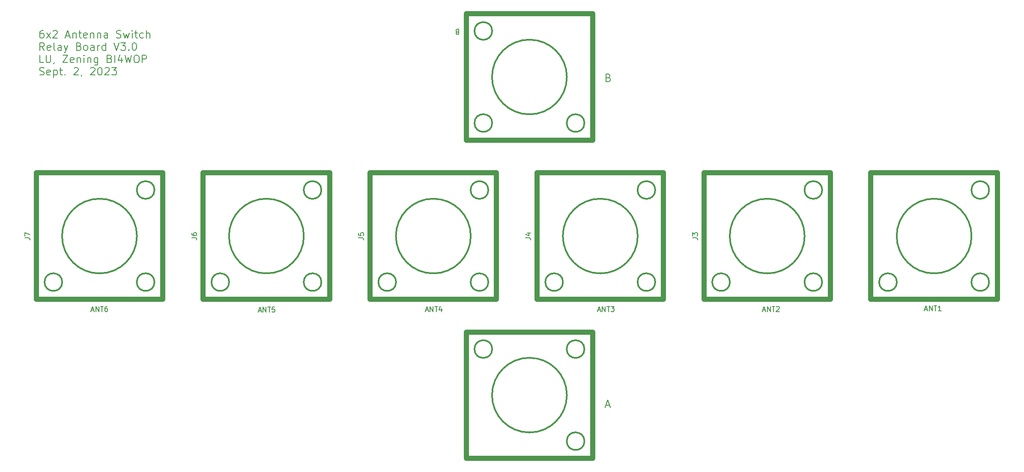
<source format=gto>
G04 Layer: BottomSilkscreenLayer*
G04 EasyEDA Pro v2.1.32.5533625a, 2023-09-11 21:51:51*
G04 Gerber Generator version 0.3*
G04 Scale: 100 percent, Rotated: No, Reflected: No *
G04 Dimensions in millimeters  *
G04 leading zeros omitted , absolute positions ,3 integer and 6 decimal *
G04 #@! TF.GenerationSoftware,KiCad,Pcbnew,(5.1.10)-1*
G04 #@! TF.CreationDate,2023-09-11T23:26:28+08:00*
G04 #@! TF.ProjectId,AntennaSwitch_6x2_RelayBoard,416e7465-6e6e-4615-9377-697463685f36,rev?*
G04 #@! TF.SameCoordinates,Original*
G04 #@! TF.FileFunction,Legend,Top*
G04 #@! TF.FilePolarity,Positive*
%FSLAX46Y46*%
G04 Gerber Fmt 4.6, Leading zero omitted, Abs format (unit mm)*
G04 Created by KiCad (PCBNEW (5.1.10)-1) date 2023-09-11 23:26:28*
%MOMM*%
%LPD*%
G01*
G04 APERTURE LIST*
%ADD10C,0.200000*%
%ADD11C,0.150000*%
%ADD12C,1.000000*%
%ADD13C,0.300000*%
G04 APERTURE END LIST*
D10*
X165142857Y-128500000D02*
X165857142Y-128500000D01*
X165000000Y-128928571D02*
X165500000Y-127428571D01*
X166000000Y-128928571D01*
X165607142Y-63642857D02*
X165821428Y-63714285D01*
X165892857Y-63785714D01*
X165964285Y-63928571D01*
X165964285Y-64142857D01*
X165892857Y-64285714D01*
X165821428Y-64357142D01*
X165678571Y-64428571D01*
X165107142Y-64428571D01*
X165107142Y-62928571D01*
X165607142Y-62928571D01*
X165750000Y-63000000D01*
X165821428Y-63071428D01*
X165892857Y-63214285D01*
X165892857Y-63357142D01*
X165821428Y-63500000D01*
X165750000Y-63571428D01*
X165607142Y-63642857D01*
X165107142Y-63642857D01*
X53880000Y-54253571D02*
X53594285Y-54253571D01*
X53451428Y-54325000D01*
X53380000Y-54396428D01*
X53237142Y-54610714D01*
X53165714Y-54896428D01*
X53165714Y-55467857D01*
X53237142Y-55610714D01*
X53308571Y-55682142D01*
X53451428Y-55753571D01*
X53737142Y-55753571D01*
X53880000Y-55682142D01*
X53951428Y-55610714D01*
X54022857Y-55467857D01*
X54022857Y-55110714D01*
X53951428Y-54967857D01*
X53880000Y-54896428D01*
X53737142Y-54825000D01*
X53451428Y-54825000D01*
X53308571Y-54896428D01*
X53237142Y-54967857D01*
X53165714Y-55110714D01*
X54522857Y-55753571D02*
X55308571Y-54753571D01*
X54522857Y-54753571D02*
X55308571Y-55753571D01*
X55808571Y-54396428D02*
X55880000Y-54325000D01*
X56022857Y-54253571D01*
X56380000Y-54253571D01*
X56522857Y-54325000D01*
X56594285Y-54396428D01*
X56665714Y-54539285D01*
X56665714Y-54682142D01*
X56594285Y-54896428D01*
X55737142Y-55753571D01*
X56665714Y-55753571D01*
X58380000Y-55325000D02*
X59094285Y-55325000D01*
X58237142Y-55753571D02*
X58737142Y-54253571D01*
X59237142Y-55753571D01*
X59737142Y-54753571D02*
X59737142Y-55753571D01*
X59737142Y-54896428D02*
X59808571Y-54825000D01*
X59951428Y-54753571D01*
X60165714Y-54753571D01*
X60308571Y-54825000D01*
X60380000Y-54967857D01*
X60380000Y-55753571D01*
X60880000Y-54753571D02*
X61451428Y-54753571D01*
X61094285Y-54253571D02*
X61094285Y-55539285D01*
X61165714Y-55682142D01*
X61308571Y-55753571D01*
X61451428Y-55753571D01*
X62522857Y-55682142D02*
X62380000Y-55753571D01*
X62094285Y-55753571D01*
X61951428Y-55682142D01*
X61880000Y-55539285D01*
X61880000Y-54967857D01*
X61951428Y-54825000D01*
X62094285Y-54753571D01*
X62380000Y-54753571D01*
X62522857Y-54825000D01*
X62594285Y-54967857D01*
X62594285Y-55110714D01*
X61880000Y-55253571D01*
X63237142Y-54753571D02*
X63237142Y-55753571D01*
X63237142Y-54896428D02*
X63308571Y-54825000D01*
X63451428Y-54753571D01*
X63665714Y-54753571D01*
X63808571Y-54825000D01*
X63880000Y-54967857D01*
X63880000Y-55753571D01*
X64594285Y-54753571D02*
X64594285Y-55753571D01*
X64594285Y-54896428D02*
X64665714Y-54825000D01*
X64808571Y-54753571D01*
X65022857Y-54753571D01*
X65165714Y-54825000D01*
X65237142Y-54967857D01*
X65237142Y-55753571D01*
X66594285Y-55753571D02*
X66594285Y-54967857D01*
X66522857Y-54825000D01*
X66380000Y-54753571D01*
X66094285Y-54753571D01*
X65951428Y-54825000D01*
X66594285Y-55682142D02*
X66451428Y-55753571D01*
X66094285Y-55753571D01*
X65951428Y-55682142D01*
X65880000Y-55539285D01*
X65880000Y-55396428D01*
X65951428Y-55253571D01*
X66094285Y-55182142D01*
X66451428Y-55182142D01*
X66594285Y-55110714D01*
X68380000Y-55682142D02*
X68594285Y-55753571D01*
X68951428Y-55753571D01*
X69094285Y-55682142D01*
X69165714Y-55610714D01*
X69237142Y-55467857D01*
X69237142Y-55325000D01*
X69165714Y-55182142D01*
X69094285Y-55110714D01*
X68951428Y-55039285D01*
X68665714Y-54967857D01*
X68522857Y-54896428D01*
X68451428Y-54825000D01*
X68380000Y-54682142D01*
X68380000Y-54539285D01*
X68451428Y-54396428D01*
X68522857Y-54325000D01*
X68665714Y-54253571D01*
X69022857Y-54253571D01*
X69237142Y-54325000D01*
X69737142Y-54753571D02*
X70022857Y-55753571D01*
X70308571Y-55039285D01*
X70594285Y-55753571D01*
X70880000Y-54753571D01*
X71451428Y-55753571D02*
X71451428Y-54753571D01*
X71451428Y-54253571D02*
X71380000Y-54325000D01*
X71451428Y-54396428D01*
X71522857Y-54325000D01*
X71451428Y-54253571D01*
X71451428Y-54396428D01*
X71951428Y-54753571D02*
X72522857Y-54753571D01*
X72165714Y-54253571D02*
X72165714Y-55539285D01*
X72237142Y-55682142D01*
X72380000Y-55753571D01*
X72522857Y-55753571D01*
X73665714Y-55682142D02*
X73522857Y-55753571D01*
X73237142Y-55753571D01*
X73094285Y-55682142D01*
X73022857Y-55610714D01*
X72951428Y-55467857D01*
X72951428Y-55039285D01*
X73022857Y-54896428D01*
X73094285Y-54825000D01*
X73237142Y-54753571D01*
X73522857Y-54753571D01*
X73665714Y-54825000D01*
X74308571Y-55753571D02*
X74308571Y-54253571D01*
X74951428Y-55753571D02*
X74951428Y-54967857D01*
X74880000Y-54825000D01*
X74737142Y-54753571D01*
X74522857Y-54753571D01*
X74380000Y-54825000D01*
X74308571Y-54896428D01*
X54094285Y-58203571D02*
X53594285Y-57489285D01*
X53237142Y-58203571D02*
X53237142Y-56703571D01*
X53808571Y-56703571D01*
X53951428Y-56775000D01*
X54022857Y-56846428D01*
X54094285Y-56989285D01*
X54094285Y-57203571D01*
X54022857Y-57346428D01*
X53951428Y-57417857D01*
X53808571Y-57489285D01*
X53237142Y-57489285D01*
X55308571Y-58132142D02*
X55165714Y-58203571D01*
X54880000Y-58203571D01*
X54737142Y-58132142D01*
X54665714Y-57989285D01*
X54665714Y-57417857D01*
X54737142Y-57275000D01*
X54880000Y-57203571D01*
X55165714Y-57203571D01*
X55308571Y-57275000D01*
X55380000Y-57417857D01*
X55380000Y-57560714D01*
X54665714Y-57703571D01*
X56237142Y-58203571D02*
X56094285Y-58132142D01*
X56022857Y-57989285D01*
X56022857Y-56703571D01*
X57451428Y-58203571D02*
X57451428Y-57417857D01*
X57380000Y-57275000D01*
X57237142Y-57203571D01*
X56951428Y-57203571D01*
X56808571Y-57275000D01*
X57451428Y-58132142D02*
X57308571Y-58203571D01*
X56951428Y-58203571D01*
X56808571Y-58132142D01*
X56737142Y-57989285D01*
X56737142Y-57846428D01*
X56808571Y-57703571D01*
X56951428Y-57632142D01*
X57308571Y-57632142D01*
X57451428Y-57560714D01*
X58022857Y-57203571D02*
X58380000Y-58203571D01*
X58737142Y-57203571D02*
X58380000Y-58203571D01*
X58237142Y-58560714D01*
X58165714Y-58632142D01*
X58022857Y-58703571D01*
X60951428Y-57417857D02*
X61165714Y-57489285D01*
X61237142Y-57560714D01*
X61308571Y-57703571D01*
X61308571Y-57917857D01*
X61237142Y-58060714D01*
X61165714Y-58132142D01*
X61022857Y-58203571D01*
X60451428Y-58203571D01*
X60451428Y-56703571D01*
X60951428Y-56703571D01*
X61094285Y-56775000D01*
X61165714Y-56846428D01*
X61237142Y-56989285D01*
X61237142Y-57132142D01*
X61165714Y-57275000D01*
X61094285Y-57346428D01*
X60951428Y-57417857D01*
X60451428Y-57417857D01*
X62165714Y-58203571D02*
X62022857Y-58132142D01*
X61951428Y-58060714D01*
X61880000Y-57917857D01*
X61880000Y-57489285D01*
X61951428Y-57346428D01*
X62022857Y-57275000D01*
X62165714Y-57203571D01*
X62380000Y-57203571D01*
X62522857Y-57275000D01*
X62594285Y-57346428D01*
X62665714Y-57489285D01*
X62665714Y-57917857D01*
X62594285Y-58060714D01*
X62522857Y-58132142D01*
X62380000Y-58203571D01*
X62165714Y-58203571D01*
X63951428Y-58203571D02*
X63951428Y-57417857D01*
X63880000Y-57275000D01*
X63737142Y-57203571D01*
X63451428Y-57203571D01*
X63308571Y-57275000D01*
X63951428Y-58132142D02*
X63808571Y-58203571D01*
X63451428Y-58203571D01*
X63308571Y-58132142D01*
X63237142Y-57989285D01*
X63237142Y-57846428D01*
X63308571Y-57703571D01*
X63451428Y-57632142D01*
X63808571Y-57632142D01*
X63951428Y-57560714D01*
X64665714Y-58203571D02*
X64665714Y-57203571D01*
X64665714Y-57489285D02*
X64737142Y-57346428D01*
X64808571Y-57275000D01*
X64951428Y-57203571D01*
X65094285Y-57203571D01*
X66237142Y-58203571D02*
X66237142Y-56703571D01*
X66237142Y-58132142D02*
X66094285Y-58203571D01*
X65808571Y-58203571D01*
X65665714Y-58132142D01*
X65594285Y-58060714D01*
X65522857Y-57917857D01*
X65522857Y-57489285D01*
X65594285Y-57346428D01*
X65665714Y-57275000D01*
X65808571Y-57203571D01*
X66094285Y-57203571D01*
X66237142Y-57275000D01*
X67880000Y-56703571D02*
X68380000Y-58203571D01*
X68880000Y-56703571D01*
X69237142Y-56703571D02*
X70165714Y-56703571D01*
X69665714Y-57275000D01*
X69880000Y-57275000D01*
X70022857Y-57346428D01*
X70094285Y-57417857D01*
X70165714Y-57560714D01*
X70165714Y-57917857D01*
X70094285Y-58060714D01*
X70022857Y-58132142D01*
X69880000Y-58203571D01*
X69451428Y-58203571D01*
X69308571Y-58132142D01*
X69237142Y-58060714D01*
X70808571Y-58060714D02*
X70880000Y-58132142D01*
X70808571Y-58203571D01*
X70737142Y-58132142D01*
X70808571Y-58060714D01*
X70808571Y-58203571D01*
X71808571Y-56703571D02*
X71951428Y-56703571D01*
X72094285Y-56775000D01*
X72165714Y-56846428D01*
X72237142Y-56989285D01*
X72308571Y-57275000D01*
X72308571Y-57632142D01*
X72237142Y-57917857D01*
X72165714Y-58060714D01*
X72094285Y-58132142D01*
X71951428Y-58203571D01*
X71808571Y-58203571D01*
X71665714Y-58132142D01*
X71594285Y-58060714D01*
X71522857Y-57917857D01*
X71451428Y-57632142D01*
X71451428Y-57275000D01*
X71522857Y-56989285D01*
X71594285Y-56846428D01*
X71665714Y-56775000D01*
X71808571Y-56703571D01*
X53951428Y-60653571D02*
X53237142Y-60653571D01*
X53237142Y-59153571D01*
X54451428Y-59153571D02*
X54451428Y-60367857D01*
X54522857Y-60510714D01*
X54594285Y-60582142D01*
X54737142Y-60653571D01*
X55022857Y-60653571D01*
X55165714Y-60582142D01*
X55237142Y-60510714D01*
X55308571Y-60367857D01*
X55308571Y-59153571D01*
X56094285Y-60582142D02*
X56094285Y-60653571D01*
X56022857Y-60796428D01*
X55951428Y-60867857D01*
X57737142Y-59153571D02*
X58737142Y-59153571D01*
X57737142Y-60653571D01*
X58737142Y-60653571D01*
X59880000Y-60582142D02*
X59737142Y-60653571D01*
X59451428Y-60653571D01*
X59308571Y-60582142D01*
X59237142Y-60439285D01*
X59237142Y-59867857D01*
X59308571Y-59725000D01*
X59451428Y-59653571D01*
X59737142Y-59653571D01*
X59880000Y-59725000D01*
X59951428Y-59867857D01*
X59951428Y-60010714D01*
X59237142Y-60153571D01*
X60594285Y-59653571D02*
X60594285Y-60653571D01*
X60594285Y-59796428D02*
X60665714Y-59725000D01*
X60808571Y-59653571D01*
X61022857Y-59653571D01*
X61165714Y-59725000D01*
X61237142Y-59867857D01*
X61237142Y-60653571D01*
X61951428Y-60653571D02*
X61951428Y-59653571D01*
X61951428Y-59153571D02*
X61880000Y-59225000D01*
X61951428Y-59296428D01*
X62022857Y-59225000D01*
X61951428Y-59153571D01*
X61951428Y-59296428D01*
X62665714Y-59653571D02*
X62665714Y-60653571D01*
X62665714Y-59796428D02*
X62737142Y-59725000D01*
X62880000Y-59653571D01*
X63094285Y-59653571D01*
X63237142Y-59725000D01*
X63308571Y-59867857D01*
X63308571Y-60653571D01*
X64665714Y-59653571D02*
X64665714Y-60867857D01*
X64594285Y-61010714D01*
X64522857Y-61082142D01*
X64380000Y-61153571D01*
X64165714Y-61153571D01*
X64022857Y-61082142D01*
X64665714Y-60582142D02*
X64522857Y-60653571D01*
X64237142Y-60653571D01*
X64094285Y-60582142D01*
X64022857Y-60510714D01*
X63951428Y-60367857D01*
X63951428Y-59939285D01*
X64022857Y-59796428D01*
X64094285Y-59725000D01*
X64237142Y-59653571D01*
X64522857Y-59653571D01*
X64665714Y-59725000D01*
X67022857Y-59867857D02*
X67237142Y-59939285D01*
X67308571Y-60010714D01*
X67380000Y-60153571D01*
X67380000Y-60367857D01*
X67308571Y-60510714D01*
X67237142Y-60582142D01*
X67094285Y-60653571D01*
X66522857Y-60653571D01*
X66522857Y-59153571D01*
X67022857Y-59153571D01*
X67165714Y-59225000D01*
X67237142Y-59296428D01*
X67308571Y-59439285D01*
X67308571Y-59582142D01*
X67237142Y-59725000D01*
X67165714Y-59796428D01*
X67022857Y-59867857D01*
X66522857Y-59867857D01*
X68022857Y-60653571D02*
X68022857Y-59153571D01*
X69380000Y-59653571D02*
X69380000Y-60653571D01*
X69022857Y-59082142D02*
X68665714Y-60153571D01*
X69594285Y-60153571D01*
X70022857Y-59153571D02*
X70380000Y-60653571D01*
X70665714Y-59582142D01*
X70951428Y-60653571D01*
X71308571Y-59153571D01*
X72165714Y-59153571D02*
X72451428Y-59153571D01*
X72594285Y-59225000D01*
X72737142Y-59367857D01*
X72808571Y-59653571D01*
X72808571Y-60153571D01*
X72737142Y-60439285D01*
X72594285Y-60582142D01*
X72451428Y-60653571D01*
X72165714Y-60653571D01*
X72022857Y-60582142D01*
X71880000Y-60439285D01*
X71808571Y-60153571D01*
X71808571Y-59653571D01*
X71880000Y-59367857D01*
X72022857Y-59225000D01*
X72165714Y-59153571D01*
X73451428Y-60653571D02*
X73451428Y-59153571D01*
X74022857Y-59153571D01*
X74165714Y-59225000D01*
X74237142Y-59296428D01*
X74308571Y-59439285D01*
X74308571Y-59653571D01*
X74237142Y-59796428D01*
X74165714Y-59867857D01*
X74022857Y-59939285D01*
X73451428Y-59939285D01*
X53165714Y-63032142D02*
X53380000Y-63103571D01*
X53737142Y-63103571D01*
X53880000Y-63032142D01*
X53951428Y-62960714D01*
X54022857Y-62817857D01*
X54022857Y-62675000D01*
X53951428Y-62532142D01*
X53880000Y-62460714D01*
X53737142Y-62389285D01*
X53451428Y-62317857D01*
X53308571Y-62246428D01*
X53237142Y-62175000D01*
X53165714Y-62032142D01*
X53165714Y-61889285D01*
X53237142Y-61746428D01*
X53308571Y-61675000D01*
X53451428Y-61603571D01*
X53808571Y-61603571D01*
X54022857Y-61675000D01*
X55237142Y-63032142D02*
X55094285Y-63103571D01*
X54808571Y-63103571D01*
X54665714Y-63032142D01*
X54594285Y-62889285D01*
X54594285Y-62317857D01*
X54665714Y-62175000D01*
X54808571Y-62103571D01*
X55094285Y-62103571D01*
X55237142Y-62175000D01*
X55308571Y-62317857D01*
X55308571Y-62460714D01*
X54594285Y-62603571D01*
X55951428Y-62103571D02*
X55951428Y-63603571D01*
X55951428Y-62175000D02*
X56094285Y-62103571D01*
X56380000Y-62103571D01*
X56522857Y-62175000D01*
X56594285Y-62246428D01*
X56665714Y-62389285D01*
X56665714Y-62817857D01*
X56594285Y-62960714D01*
X56522857Y-63032142D01*
X56380000Y-63103571D01*
X56094285Y-63103571D01*
X55951428Y-63032142D01*
X57094285Y-62103571D02*
X57665714Y-62103571D01*
X57308571Y-61603571D02*
X57308571Y-62889285D01*
X57380000Y-63032142D01*
X57522857Y-63103571D01*
X57665714Y-63103571D01*
X58165714Y-62960714D02*
X58237142Y-63032142D01*
X58165714Y-63103571D01*
X58094285Y-63032142D01*
X58165714Y-62960714D01*
X58165714Y-63103571D01*
X59951428Y-61746428D02*
X60022857Y-61675000D01*
X60165714Y-61603571D01*
X60522857Y-61603571D01*
X60665714Y-61675000D01*
X60737142Y-61746428D01*
X60808571Y-61889285D01*
X60808571Y-62032142D01*
X60737142Y-62246428D01*
X59880000Y-63103571D01*
X60808571Y-63103571D01*
X61522857Y-63032142D02*
X61522857Y-63103571D01*
X61451428Y-63246428D01*
X61380000Y-63317857D01*
X63237142Y-61746428D02*
X63308571Y-61675000D01*
X63451428Y-61603571D01*
X63808571Y-61603571D01*
X63951428Y-61675000D01*
X64022857Y-61746428D01*
X64094285Y-61889285D01*
X64094285Y-62032142D01*
X64022857Y-62246428D01*
X63165714Y-63103571D01*
X64094285Y-63103571D01*
X65022857Y-61603571D02*
X65165714Y-61603571D01*
X65308571Y-61675000D01*
X65380000Y-61746428D01*
X65451428Y-61889285D01*
X65522857Y-62175000D01*
X65522857Y-62532142D01*
X65451428Y-62817857D01*
X65380000Y-62960714D01*
X65308571Y-63032142D01*
X65165714Y-63103571D01*
X65022857Y-63103571D01*
X64880000Y-63032142D01*
X64808571Y-62960714D01*
X64737142Y-62817857D01*
X64665714Y-62532142D01*
X64665714Y-62175000D01*
X64737142Y-61889285D01*
X64808571Y-61746428D01*
X64880000Y-61675000D01*
X65022857Y-61603571D01*
X66094285Y-61746428D02*
X66165714Y-61675000D01*
X66308571Y-61603571D01*
X66665714Y-61603571D01*
X66808571Y-61675000D01*
X66880000Y-61746428D01*
X66951428Y-61889285D01*
X66951428Y-62032142D01*
X66880000Y-62246428D01*
X66022857Y-63103571D01*
X66951428Y-63103571D01*
X67451428Y-61603571D02*
X68380000Y-61603571D01*
X67880000Y-62175000D01*
X68094285Y-62175000D01*
X68237142Y-62246428D01*
X68308571Y-62317857D01*
X68380000Y-62460714D01*
X68380000Y-62817857D01*
X68308571Y-62960714D01*
X68237142Y-63032142D01*
X68094285Y-63103571D01*
X67665714Y-63103571D01*
X67522857Y-63032142D01*
X67451428Y-62960714D01*
D11*
X63380952Y-109648666D02*
X63857142Y-109648666D01*
X63285714Y-109934380D02*
X63619047Y-108934380D01*
X63952380Y-109934380D01*
X64285714Y-109934380D02*
X64285714Y-108934380D01*
X64857142Y-109934380D01*
X64857142Y-108934380D01*
X65190476Y-108934380D02*
X65761904Y-108934380D01*
X65476190Y-109934380D02*
X65476190Y-108934380D01*
X66523809Y-108934380D02*
X66333333Y-108934380D01*
X66238095Y-108982000D01*
X66190476Y-109029619D01*
X66095238Y-109172476D01*
X66047619Y-109362952D01*
X66047619Y-109743904D01*
X66095238Y-109839142D01*
X66142857Y-109886761D01*
X66238095Y-109934380D01*
X66428571Y-109934380D01*
X66523809Y-109886761D01*
X66571428Y-109839142D01*
X66619047Y-109743904D01*
X66619047Y-109505809D01*
X66571428Y-109410571D01*
X66523809Y-109362952D01*
X66428571Y-109315333D01*
X66238095Y-109315333D01*
X66142857Y-109362952D01*
X66095238Y-109410571D01*
X66047619Y-109505809D01*
X96450952Y-109775666D02*
X96927142Y-109775666D01*
X96355714Y-110061380D02*
X96689047Y-109061380D01*
X97022380Y-110061380D01*
X97355714Y-110061380D02*
X97355714Y-109061380D01*
X97927142Y-110061380D01*
X97927142Y-109061380D01*
X98260476Y-109061380D02*
X98831904Y-109061380D01*
X98546190Y-110061380D02*
X98546190Y-109061380D01*
X99641428Y-109061380D02*
X99165238Y-109061380D01*
X99117619Y-109537571D01*
X99165238Y-109489952D01*
X99260476Y-109442333D01*
X99498571Y-109442333D01*
X99593809Y-109489952D01*
X99641428Y-109537571D01*
X99689047Y-109632809D01*
X99689047Y-109870904D01*
X99641428Y-109966142D01*
X99593809Y-110013761D01*
X99498571Y-110061380D01*
X99260476Y-110061380D01*
X99165238Y-110013761D01*
X99117619Y-109966142D01*
X129470952Y-109648666D02*
X129947142Y-109648666D01*
X129375714Y-109934380D02*
X129709047Y-108934380D01*
X130042380Y-109934380D01*
X130375714Y-109934380D02*
X130375714Y-108934380D01*
X130947142Y-109934380D01*
X130947142Y-108934380D01*
X131280476Y-108934380D02*
X131851904Y-108934380D01*
X131566190Y-109934380D02*
X131566190Y-108934380D01*
X132613809Y-109267714D02*
X132613809Y-109934380D01*
X132375714Y-108886761D02*
X132137619Y-109601047D01*
X132756666Y-109601047D01*
X163506952Y-109648666D02*
X163983142Y-109648666D01*
X163411714Y-109934380D02*
X163745047Y-108934380D01*
X164078380Y-109934380D01*
X164411714Y-109934380D02*
X164411714Y-108934380D01*
X164983142Y-109934380D01*
X164983142Y-108934380D01*
X165316476Y-108934380D02*
X165887904Y-108934380D01*
X165602190Y-109934380D02*
X165602190Y-108934380D01*
X166126000Y-108934380D02*
X166745047Y-108934380D01*
X166411714Y-109315333D01*
X166554571Y-109315333D01*
X166649809Y-109362952D01*
X166697428Y-109410571D01*
X166745047Y-109505809D01*
X166745047Y-109743904D01*
X166697428Y-109839142D01*
X166649809Y-109886761D01*
X166554571Y-109934380D01*
X166268857Y-109934380D01*
X166173619Y-109886761D01*
X166126000Y-109839142D01*
X196145952Y-109648666D02*
X196622142Y-109648666D01*
X196050714Y-109934380D02*
X196384047Y-108934380D01*
X196717380Y-109934380D01*
X197050714Y-109934380D02*
X197050714Y-108934380D01*
X197622142Y-109934380D01*
X197622142Y-108934380D01*
X197955476Y-108934380D02*
X198526904Y-108934380D01*
X198241190Y-109934380D02*
X198241190Y-108934380D01*
X198812619Y-109029619D02*
X198860238Y-108982000D01*
X198955476Y-108934380D01*
X199193571Y-108934380D01*
X199288809Y-108982000D01*
X199336428Y-109029619D01*
X199384047Y-109124857D01*
X199384047Y-109220095D01*
X199336428Y-109362952D01*
X198765000Y-109934380D01*
X199384047Y-109934380D01*
X228149952Y-109521666D02*
X228626142Y-109521666D01*
X228054714Y-109807380D02*
X228388047Y-108807380D01*
X228721380Y-109807380D01*
X229054714Y-109807380D02*
X229054714Y-108807380D01*
X229626142Y-109807380D01*
X229626142Y-108807380D01*
X229959476Y-108807380D02*
X230530904Y-108807380D01*
X230245190Y-109807380D02*
X230245190Y-108807380D01*
X231388047Y-109807380D02*
X230816619Y-109807380D01*
X231102333Y-109807380D02*
X231102333Y-108807380D01*
X231007095Y-108950238D01*
X230911857Y-109045476D01*
X230816619Y-109093095D01*
D10*
X135717571Y-54562428D02*
X135574714Y-54514809D01*
X135527095Y-54467190D01*
X135479476Y-54371952D01*
X135479476Y-54229095D01*
X135527095Y-54133857D01*
X135574714Y-54086238D01*
X135669952Y-54038619D01*
X136050904Y-54038619D01*
X136050904Y-55038619D01*
X135717571Y-55038619D01*
X135622333Y-54991000D01*
X135574714Y-54943380D01*
X135527095Y-54848142D01*
X135527095Y-54752904D01*
X135574714Y-54657666D01*
X135622333Y-54610047D01*
X135717571Y-54562428D01*
X136050904Y-54562428D01*
D12*
X137500000Y-51000000D02*
X162500000Y-51000000D01*
X162500000Y-51000000D02*
X162500000Y-76000000D01*
X137500000Y-76000000D02*
X162500000Y-76000000D01*
X137500000Y-51000000D02*
X137500000Y-76000000D01*
D13*
X160870000Y-72620000D02*
G75*
G03*
X160870000Y-72620000I-1750000J0D01*
G01*
X142630000Y-72620000D02*
G75*
G03*
X142630000Y-72620000I-1750000J0D01*
G01*
X142630000Y-54380000D02*
G75*
G03*
X142630000Y-54380000I-1750000J0D01*
G01*
X157400000Y-63500000D02*
G75*
G03*
X157400000Y-63500000I-7400000J0D01*
G01*
D12*
X52500000Y-107500000D02*
X52500000Y-82500000D01*
X52500000Y-82500000D02*
X77500000Y-82500000D01*
X77500000Y-107500000D02*
X77500000Y-82500000D01*
X52500000Y-107500000D02*
X77500000Y-107500000D01*
D13*
X75870000Y-85880000D02*
G75*
G03*
X75870000Y-85880000I-1750000J0D01*
G01*
X75870000Y-104120000D02*
G75*
G03*
X75870000Y-104120000I-1750000J0D01*
G01*
X57630000Y-104120000D02*
G75*
G03*
X57630000Y-104120000I-1750000J0D01*
G01*
X72400000Y-95000000D02*
G75*
G03*
X72400000Y-95000000I-7400000J0D01*
G01*
D12*
X85500000Y-107500000D02*
X85500000Y-82500000D01*
X85500000Y-82500000D02*
X110500000Y-82500000D01*
X110500000Y-107500000D02*
X110500000Y-82500000D01*
X85500000Y-107500000D02*
X110500000Y-107500000D01*
D13*
X108870000Y-85880000D02*
G75*
G03*
X108870000Y-85880000I-1750000J0D01*
G01*
X108870000Y-104120000D02*
G75*
G03*
X108870000Y-104120000I-1750000J0D01*
G01*
X90630000Y-104120000D02*
G75*
G03*
X90630000Y-104120000I-1750000J0D01*
G01*
X105400000Y-95000000D02*
G75*
G03*
X105400000Y-95000000I-7400000J0D01*
G01*
D12*
X118500000Y-107500000D02*
X118500000Y-82500000D01*
X118500000Y-82500000D02*
X143500000Y-82500000D01*
X143500000Y-107500000D02*
X143500000Y-82500000D01*
X118500000Y-107500000D02*
X143500000Y-107500000D01*
D13*
X141870000Y-85880000D02*
G75*
G03*
X141870000Y-85880000I-1750000J0D01*
G01*
X141870000Y-104120000D02*
G75*
G03*
X141870000Y-104120000I-1750000J0D01*
G01*
X123630000Y-104120000D02*
G75*
G03*
X123630000Y-104120000I-1750000J0D01*
G01*
X138400000Y-95000000D02*
G75*
G03*
X138400000Y-95000000I-7400000J0D01*
G01*
D12*
X151500000Y-107500000D02*
X151500000Y-82500000D01*
X151500000Y-82500000D02*
X176500000Y-82500000D01*
X176500000Y-107500000D02*
X176500000Y-82500000D01*
X151500000Y-107500000D02*
X176500000Y-107500000D01*
D13*
X174870000Y-85880000D02*
G75*
G03*
X174870000Y-85880000I-1750000J0D01*
G01*
X174870000Y-104120000D02*
G75*
G03*
X174870000Y-104120000I-1750000J0D01*
G01*
X156630000Y-104120000D02*
G75*
G03*
X156630000Y-104120000I-1750000J0D01*
G01*
X171400000Y-95000000D02*
G75*
G03*
X171400000Y-95000000I-7400000J0D01*
G01*
D12*
X184500000Y-107500000D02*
X184500000Y-82500000D01*
X184500000Y-82500000D02*
X209500000Y-82500000D01*
X209500000Y-107500000D02*
X209500000Y-82500000D01*
X184500000Y-107500000D02*
X209500000Y-107500000D01*
D13*
X207870000Y-85880000D02*
G75*
G03*
X207870000Y-85880000I-1750000J0D01*
G01*
X207870000Y-104120000D02*
G75*
G03*
X207870000Y-104120000I-1750000J0D01*
G01*
X189630000Y-104120000D02*
G75*
G03*
X189630000Y-104120000I-1750000J0D01*
G01*
X204400000Y-95000000D02*
G75*
G03*
X204400000Y-95000000I-7400000J0D01*
G01*
D12*
X217500000Y-107500000D02*
X217500000Y-82500000D01*
X217500000Y-82500000D02*
X242500000Y-82500000D01*
X242500000Y-107500000D02*
X242500000Y-82500000D01*
X217500000Y-107500000D02*
X242500000Y-107500000D01*
D13*
X240870000Y-85880000D02*
G75*
G03*
X240870000Y-85880000I-1750000J0D01*
G01*
X240870000Y-104120000D02*
G75*
G03*
X240870000Y-104120000I-1750000J0D01*
G01*
X222630000Y-104120000D02*
G75*
G03*
X222630000Y-104120000I-1750000J0D01*
G01*
X237400000Y-95000000D02*
G75*
G03*
X237400000Y-95000000I-7400000J0D01*
G01*
D12*
X162500000Y-139000000D02*
X137500000Y-139000000D01*
X137500000Y-139000000D02*
X137500000Y-114000000D01*
X162500000Y-114000000D02*
X137500000Y-114000000D01*
X162500000Y-139000000D02*
X162500000Y-114000000D01*
D13*
X142630000Y-117380000D02*
G75*
G03*
X142630000Y-117380000I-1750000J0D01*
G01*
X160870000Y-117380000D02*
G75*
G03*
X160870000Y-117380000I-1750000J0D01*
G01*
X160870000Y-135620000D02*
G75*
G03*
X160870000Y-135620000I-1750000J0D01*
G01*
X157400000Y-126500000D02*
G75*
G03*
X157400000Y-126500000I-7400000J0D01*
G01*
D11*
X50228380Y-95333333D02*
X50942666Y-95333333D01*
X51085523Y-95380952D01*
X51180761Y-95476190D01*
X51228380Y-95619047D01*
X51228380Y-95714285D01*
X50228380Y-94952380D02*
X50228380Y-94285714D01*
X51228380Y-94714285D01*
X83228380Y-95333333D02*
X83942666Y-95333333D01*
X84085523Y-95380952D01*
X84180761Y-95476190D01*
X84228380Y-95619047D01*
X84228380Y-95714285D01*
X83228380Y-94428571D02*
X83228380Y-94619047D01*
X83276000Y-94714285D01*
X83323619Y-94761904D01*
X83466476Y-94857142D01*
X83656952Y-94904761D01*
X84037904Y-94904761D01*
X84133142Y-94857142D01*
X84180761Y-94809523D01*
X84228380Y-94714285D01*
X84228380Y-94523809D01*
X84180761Y-94428571D01*
X84133142Y-94380952D01*
X84037904Y-94333333D01*
X83799809Y-94333333D01*
X83704571Y-94380952D01*
X83656952Y-94428571D01*
X83609333Y-94523809D01*
X83609333Y-94714285D01*
X83656952Y-94809523D01*
X83704571Y-94857142D01*
X83799809Y-94904761D01*
X116228380Y-95333333D02*
X116942666Y-95333333D01*
X117085523Y-95380952D01*
X117180761Y-95476190D01*
X117228380Y-95619047D01*
X117228380Y-95714285D01*
X116228380Y-94380952D02*
X116228380Y-94857142D01*
X116704571Y-94904761D01*
X116656952Y-94857142D01*
X116609333Y-94761904D01*
X116609333Y-94523809D01*
X116656952Y-94428571D01*
X116704571Y-94380952D01*
X116799809Y-94333333D01*
X117037904Y-94333333D01*
X117133142Y-94380952D01*
X117180761Y-94428571D01*
X117228380Y-94523809D01*
X117228380Y-94761904D01*
X117180761Y-94857142D01*
X117133142Y-94904761D01*
X149228380Y-95333333D02*
X149942666Y-95333333D01*
X150085523Y-95380952D01*
X150180761Y-95476190D01*
X150228380Y-95619047D01*
X150228380Y-95714285D01*
X149561714Y-94428571D02*
X150228380Y-94428571D01*
X149180761Y-94666666D02*
X149895047Y-94904761D01*
X149895047Y-94285714D01*
X182228380Y-95333333D02*
X182942666Y-95333333D01*
X183085523Y-95380952D01*
X183180761Y-95476190D01*
X183228380Y-95619047D01*
X183228380Y-95714285D01*
X182228380Y-94952380D02*
X182228380Y-94333333D01*
X182609333Y-94666666D01*
X182609333Y-94523809D01*
X182656952Y-94428571D01*
X182704571Y-94380952D01*
X182799809Y-94333333D01*
X183037904Y-94333333D01*
X183133142Y-94380952D01*
X183180761Y-94428571D01*
X183228380Y-94523809D01*
X183228380Y-94809523D01*
X183180761Y-94904761D01*
X183133142Y-94952380D01*
M02*

</source>
